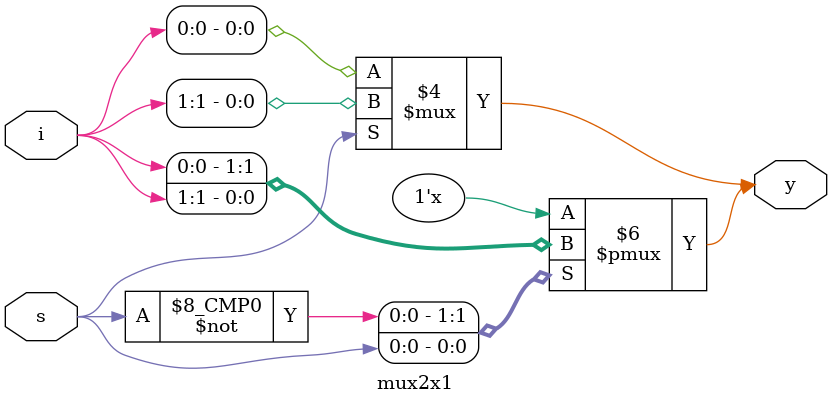
<source format=v>
`timescale 1ns / 1ps

module mux2x1(input[1:0]i,
              input s,
              output reg y);
  // case statement
    always @(*)
    begin
    case(s)
    1'b0:y=i[0];
    1'b1:y=i[1];
    endcase
    end
    //If else statement
    always @(*)
    begin
    if(s)
    y=i[1];
    else
    y=i[0];
    end
    
    
endmodule

</source>
